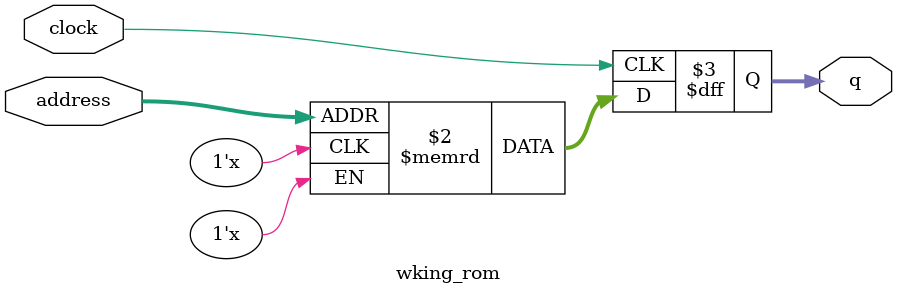
<source format=sv>
module wking_rom (
	input logic clock,
	input logic [11:0] address,
	output logic [1:0] q
);

logic [1:0] memory [0:3024] /* synthesis ram_init_file = "./wking/wking.COE" */;

always_ff @ (posedge clock) begin
	q <= memory[address];
end

endmodule

</source>
